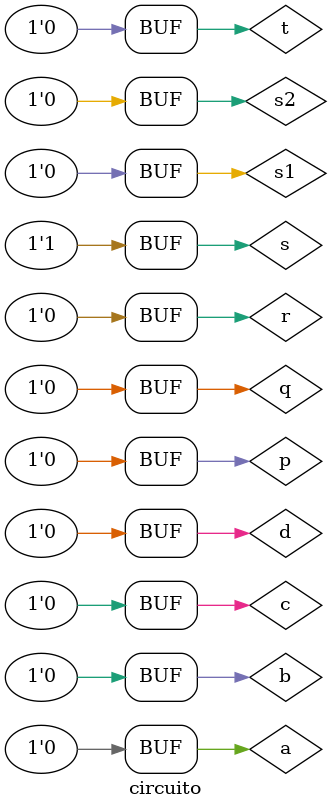
<source format=v>

module orgate (output s, input a, input b, input c, input d);
	assign s = a | b | c | d;
endmodule // or

// --------------------- 
// -- and gate 
// --------------------- 
module andgate (output s, input a, input b, input c, input d);
	assign s = a & b & c & d;
endmodule // and

// --------------------- 
// -- nor gate 
// --------------------- 
module norgate (output s, input p, input q);
	assign s = ~(~(p|q));
endmodule // nor

// --------------------- 
// -- circuito 
// --------------------- 
module circuito; 
// ------------------------- dados locais 
	reg a, b, c, d, p, q, r, t; // definir registrador 
	wire s; // definir conexao (fio) 
// ------------------------- instancia 
	or OR1 (s1, a, b, c,d);
	and AND1(s2, p, q, r, t);
	nor NOR1(s, s1, s2);
// ------------------------- preparacao
	initial begin:start
		a = 0; b = 0; c = 0; d = 0; p = 0; q = 0; r = 0; t = 0;
	end
// ------------------------- parte principal
	initial begin:main
		$display("Extra0001 - Ana Cristina Pereira Teixeira - 427385");
		$display("Teste Circuito");
		$display("(a | b | c | d) = s1\n(p & q & r & t) = s2\n~(~(s1 | s2)) = s");
		$monitor("(%b %b %b %b) = %b\n(%b %b %b %b) = %b\n~(~(s1 | s2)) = %b", a, b, c, d, s1, p, q, r, t, s2, s);
		#1 a = 0; b = 0; c = 0; d = 0; p = 0; q = 0; r = 0; t = 0;
	end
endmodule // test

</source>
